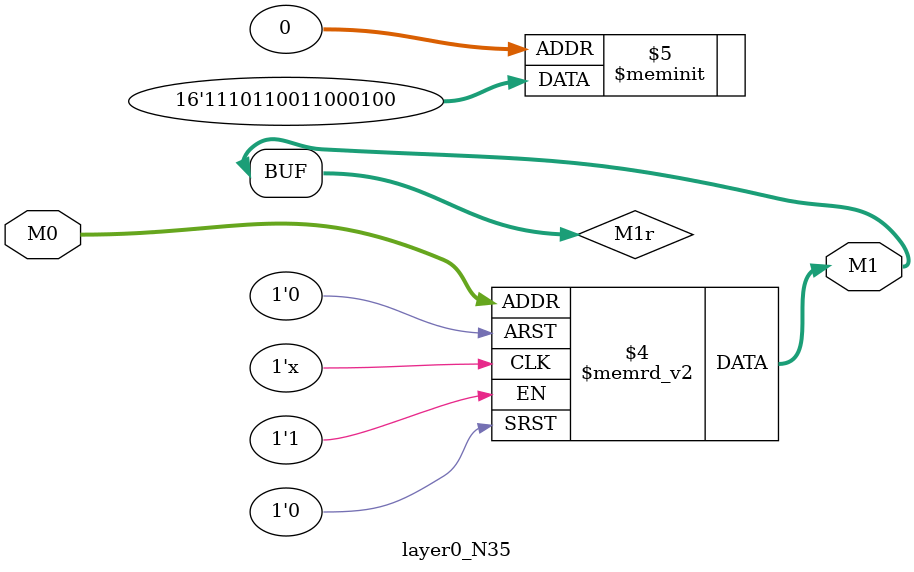
<source format=v>
module layer0_N35 ( input [2:0] M0, output [1:0] M1 );

	(*rom_style = "distributed" *) reg [1:0] M1r;
	assign M1 = M1r;
	always @ (M0) begin
		case (M0)
			3'b000: M1r = 2'b00;
			3'b100: M1r = 2'b00;
			3'b010: M1r = 2'b00;
			3'b110: M1r = 2'b10;
			3'b001: M1r = 2'b01;
			3'b101: M1r = 2'b11;
			3'b011: M1r = 2'b11;
			3'b111: M1r = 2'b11;

		endcase
	end
endmodule

</source>
